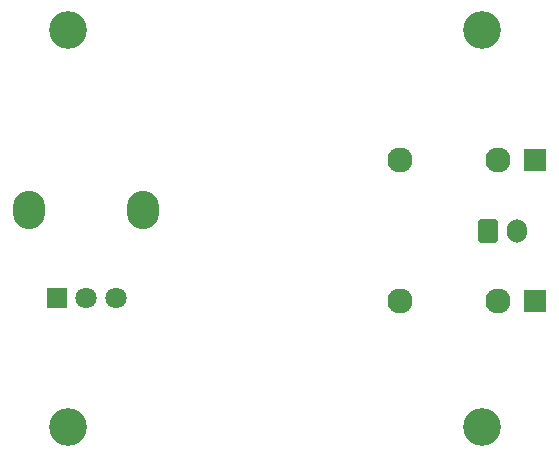
<source format=gbr>
%TF.GenerationSoftware,KiCad,Pcbnew,(6.0.8)*%
%TF.CreationDate,2022-10-28T15:06:34+02:00*%
%TF.ProjectId,eurorack_nvlp_1u,6575726f-7261-4636-9b5f-6e766c705f31,rev?*%
%TF.SameCoordinates,Original*%
%TF.FileFunction,Soldermask,Bot*%
%TF.FilePolarity,Negative*%
%FSLAX46Y46*%
G04 Gerber Fmt 4.6, Leading zero omitted, Abs format (unit mm)*
G04 Created by KiCad (PCBNEW (6.0.8)) date 2022-10-28 15:06:34*
%MOMM*%
%LPD*%
G01*
G04 APERTURE LIST*
G04 Aperture macros list*
%AMRoundRect*
0 Rectangle with rounded corners*
0 $1 Rounding radius*
0 $2 $3 $4 $5 $6 $7 $8 $9 X,Y pos of 4 corners*
0 Add a 4 corners polygon primitive as box body*
4,1,4,$2,$3,$4,$5,$6,$7,$8,$9,$2,$3,0*
0 Add four circle primitives for the rounded corners*
1,1,$1+$1,$2,$3*
1,1,$1+$1,$4,$5*
1,1,$1+$1,$6,$7*
1,1,$1+$1,$8,$9*
0 Add four rect primitives between the rounded corners*
20,1,$1+$1,$2,$3,$4,$5,0*
20,1,$1+$1,$4,$5,$6,$7,0*
20,1,$1+$1,$6,$7,$8,$9,0*
20,1,$1+$1,$8,$9,$2,$3,0*%
G04 Aperture macros list end*
%ADD10C,3.200000*%
%ADD11R,1.830000X1.930000*%
%ADD12C,2.130000*%
%ADD13O,2.720000X3.240000*%
%ADD14R,1.800000X1.800000*%
%ADD15C,1.800000*%
%ADD16RoundRect,0.250000X-0.600000X-0.750000X0.600000X-0.750000X0.600000X0.750000X-0.600000X0.750000X0*%
%ADD17O,1.700000X2.000000*%
G04 APERTURE END LIST*
D10*
%TO.C,H103*%
X67900000Y-62050000D03*
%TD*%
D11*
%TO.C,J101*%
X72400000Y-39400000D03*
D12*
X61000000Y-39400000D03*
X69300000Y-39400000D03*
%TD*%
D11*
%TO.C,J102*%
X72400000Y-51400000D03*
D12*
X61000000Y-51400000D03*
X69300000Y-51400000D03*
%TD*%
D10*
%TO.C,H102*%
X67900000Y-28400000D03*
%TD*%
%TO.C,H104*%
X32900000Y-62050000D03*
%TD*%
D13*
%TO.C,RV101*%
X39200000Y-43625000D03*
X29600000Y-43625000D03*
D14*
X31900000Y-51125000D03*
D15*
X34400000Y-51125000D03*
X36900000Y-51125000D03*
%TD*%
D10*
%TO.C,H101*%
X32900000Y-28400000D03*
%TD*%
D16*
%TO.C,J103*%
X68400000Y-45400000D03*
D17*
X70900000Y-45400000D03*
%TD*%
M02*

</source>
